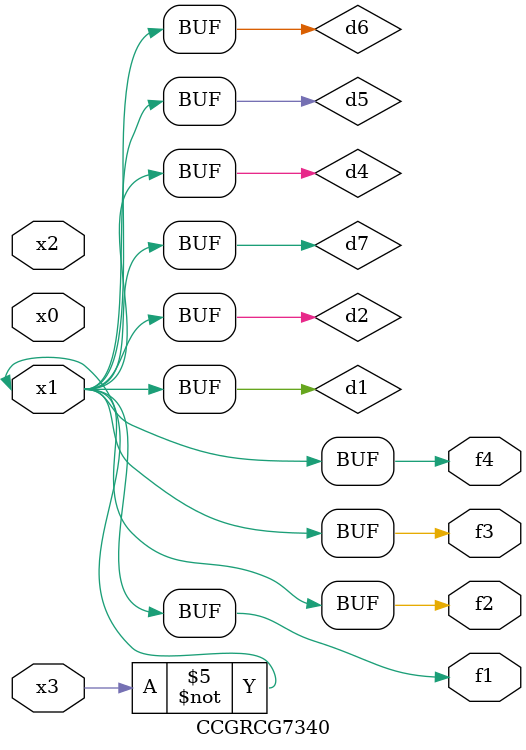
<source format=v>
module CCGRCG7340(
	input x0, x1, x2, x3,
	output f1, f2, f3, f4
);

	wire d1, d2, d3, d4, d5, d6, d7;

	not (d1, x3);
	buf (d2, x1);
	xnor (d3, d1, d2);
	nor (d4, d1);
	buf (d5, d1, d2);
	buf (d6, d4, d5);
	nand (d7, d4);
	assign f1 = d6;
	assign f2 = d7;
	assign f3 = d6;
	assign f4 = d6;
endmodule

</source>
